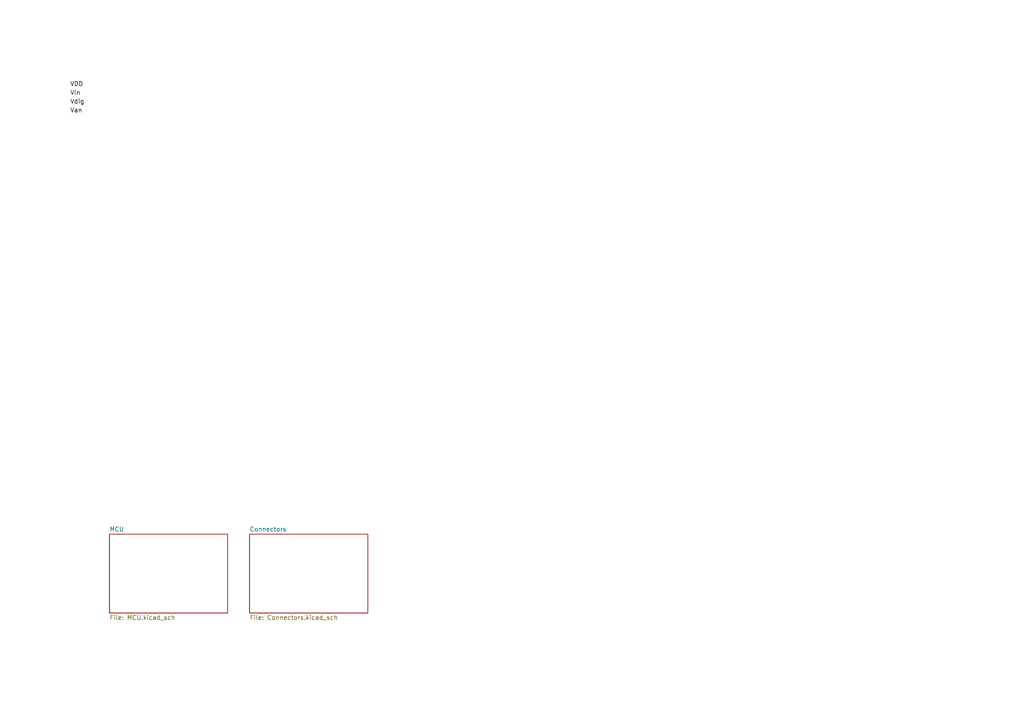
<source format=kicad_sch>
(kicad_sch
	(version 20250114)
	(generator "eeschema")
	(generator_version "9.0")
	(uuid "cf3f005a-c2c1-43ac-a434-bbc2742f095e")
	(paper "A4")
	(title_block
		(title "TOP & POWER")
	)
	(lib_symbols)
	(label "Vin"
		(at 20.32 27.94 0)
		(effects
			(font
				(size 1.27 1.27)
			)
			(justify left bottom)
		)
		(uuid "23f4e178-1ddc-46c3-9657-888b4d75f88b")
	)
	(label "Vdig"
		(at 20.32 30.48 0)
		(effects
			(font
				(size 1.27 1.27)
			)
			(justify left bottom)
		)
		(uuid "48255a06-df37-4e14-8939-5c74953bfa2c")
	)
	(label "VDD"
		(at 20.32 25.4 0)
		(effects
			(font
				(size 1.27 1.27)
			)
			(justify left bottom)
		)
		(uuid "5de38ecd-0ed9-45b2-9318-93351d58d633")
	)
	(label "Van"
		(at 20.32 33.02 0)
		(effects
			(font
				(size 1.27 1.27)
			)
			(justify left bottom)
		)
		(uuid "90384bd1-822e-49f0-b9ac-56725a9ee0f5")
	)
	(sheet
		(at 72.39 154.94)
		(size 34.29 22.86)
		(exclude_from_sim no)
		(in_bom yes)
		(on_board yes)
		(dnp no)
		(fields_autoplaced yes)
		(stroke
			(width 0.1524)
			(type solid)
		)
		(fill
			(color 0 0 0 0.0000)
		)
		(uuid "08f08610-75b7-4a70-9284-82ac43c9f8c7")
		(property "Sheetname" "Connectors"
			(at 72.39 154.2284 0)
			(effects
				(font
					(size 1.27 1.27)
				)
				(justify left bottom)
			)
		)
		(property "Sheetfile" "Connectors.kicad_sch"
			(at 72.39 178.3846 0)
			(effects
				(font
					(size 1.27 1.27)
				)
				(justify left top)
			)
		)
		(instances
			(project "VCU"
				(path "/cf3f005a-c2c1-43ac-a434-bbc2742f095e"
					(page "3")
				)
			)
		)
	)
	(sheet
		(at 31.75 154.94)
		(size 34.29 22.86)
		(exclude_from_sim no)
		(in_bom yes)
		(on_board yes)
		(dnp no)
		(fields_autoplaced yes)
		(stroke
			(width 0.1524)
			(type solid)
		)
		(fill
			(color 0 0 0 0.0000)
		)
		(uuid "5e0bb8bb-854f-4cde-a40b-e2425af5fbfd")
		(property "Sheetname" "MCU"
			(at 31.75 154.2284 0)
			(effects
				(font
					(size 1.27 1.27)
				)
				(justify left bottom)
			)
		)
		(property "Sheetfile" "MCU.kicad_sch"
			(at 31.75 178.3846 0)
			(effects
				(font
					(size 1.27 1.27)
				)
				(justify left top)
			)
		)
		(instances
			(project "VCU"
				(path "/cf3f005a-c2c1-43ac-a434-bbc2742f095e"
					(page "2")
				)
			)
		)
	)
	(sheet_instances
		(path "/"
			(page "1")
		)
	)
	(embedded_fonts no)
)

</source>
